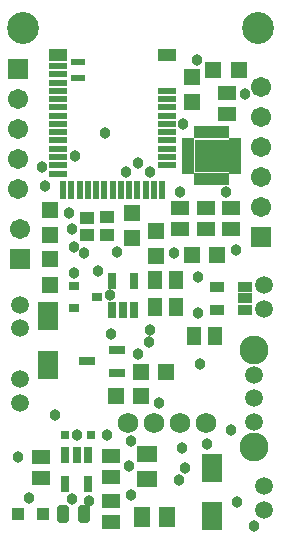
<source format=gbs>
G04*
G04 #@! TF.GenerationSoftware,Altium Limited,Altium Designer,20.2.6 (244)*
G04*
G04 Layer_Color=16711935*
%FSLAX25Y25*%
%MOIN*%
G70*
G04*
G04 #@! TF.SameCoordinates,BA58542B-DB92-4AA8-A68B-AA0BDC3E5658*
G04*
G04*
G04 #@! TF.FilePolarity,Negative*
G04*
G01*
G75*
%ADD14R,0.04737X0.03950*%
%ADD17C,0.06800*%
%ADD18C,0.09658*%
%ADD19C,0.05918*%
%ADD20C,0.06706*%
%ADD21R,0.06706X0.06706*%
%ADD22C,0.03800*%
%ADD23C,0.10642*%
%ADD57R,0.04737X0.02375*%
%ADD58R,0.06312X0.03950*%
%ADD59R,0.06312X0.02375*%
%ADD60R,0.02375X0.06312*%
%ADD61R,0.05918X0.04737*%
%ADD62R,0.11430X0.11036*%
%ADD63R,0.02178X0.04147*%
%ADD64R,0.03950X0.02178*%
%ADD65R,0.05800X0.05800*%
%ADD66R,0.03162X0.05524*%
%ADD67R,0.05800X0.05800*%
%ADD68R,0.04737X0.05918*%
%ADD69R,0.06902X0.09461*%
%ADD70R,0.05524X0.03162*%
%ADD71R,0.03162X0.03162*%
G04:AMPARAMS|DCode=72|XSize=59.18mil|YSize=37.92mil|CornerRadius=7.74mil|HoleSize=0mil|Usage=FLASHONLY|Rotation=90.000|XOffset=0mil|YOffset=0mil|HoleType=Round|Shape=RoundedRectangle|*
%AMROUNDEDRECTD72*
21,1,0.05918,0.02244,0,0,90.0*
21,1,0.04370,0.03792,0,0,90.0*
1,1,0.01548,0.01122,0.02185*
1,1,0.01548,0.01122,-0.02185*
1,1,0.01548,-0.01122,-0.02185*
1,1,0.01548,-0.01122,0.02185*
%
%ADD72ROUNDEDRECTD72*%
%ADD73R,0.04343X0.04343*%
%ADD74R,0.06706X0.05524*%
%ADD75R,0.05524X0.06706*%
%ADD76R,0.05131X0.03359*%
%ADD77R,0.03556X0.03162*%
%ADD78R,0.03000X0.05800*%
D14*
X561366Y393460D02*
D03*
Y399366D02*
D03*
X568000Y393594D02*
D03*
Y399500D02*
D03*
D17*
X601000Y331000D02*
D03*
X575000D02*
D03*
X583667D02*
D03*
X592333D02*
D03*
D18*
X617000Y322984D02*
D03*
Y355268D02*
D03*
D19*
Y331252D02*
D03*
Y339126D02*
D03*
Y347000D02*
D03*
X539000Y345500D02*
D03*
Y337626D02*
D03*
Y370374D02*
D03*
Y362500D02*
D03*
X620500Y302000D02*
D03*
Y309874D02*
D03*
Y369000D02*
D03*
Y376874D02*
D03*
D20*
X619500Y443000D02*
D03*
Y433000D02*
D03*
Y423000D02*
D03*
Y413000D02*
D03*
Y403000D02*
D03*
X538500Y439000D02*
D03*
Y429000D02*
D03*
Y419000D02*
D03*
Y409000D02*
D03*
X539000Y395500D02*
D03*
D21*
X619500Y393000D02*
D03*
X538500Y449000D02*
D03*
X539000Y385500D02*
D03*
D22*
X557500Y420000D02*
D03*
X547500Y410000D02*
D03*
X611000Y388500D02*
D03*
X598500Y379500D02*
D03*
Y367500D02*
D03*
X585500Y337500D02*
D03*
X599000Y350500D02*
D03*
X601500Y324000D02*
D03*
X609500Y328500D02*
D03*
X617000Y296500D02*
D03*
X611500Y304500D02*
D03*
X593000Y322500D02*
D03*
X592000Y312000D02*
D03*
X576000Y325000D02*
D03*
Y307000D02*
D03*
X558000Y327000D02*
D03*
X582000Y358000D02*
D03*
X569500Y360500D02*
D03*
X569000Y373500D02*
D03*
X567500Y427500D02*
D03*
X542000Y306000D02*
D03*
X538500Y319475D02*
D03*
X546600Y416400D02*
D03*
X557000Y381000D02*
D03*
X560500Y387600D02*
D03*
X557115Y389731D02*
D03*
X571400Y387800D02*
D03*
X565000Y381500D02*
D03*
X590500Y387500D02*
D03*
X598000Y452000D02*
D03*
X593500Y430500D02*
D03*
X607726Y407774D02*
D03*
X592461Y408000D02*
D03*
X555600Y401000D02*
D03*
X556500Y395750D02*
D03*
X578500Y417500D02*
D03*
X574500Y414500D02*
D03*
X582500D02*
D03*
X582500Y362000D02*
D03*
X550900Y333500D02*
D03*
X568000Y327000D02*
D03*
X578500Y354000D02*
D03*
X556500Y305500D02*
D03*
X562005Y305035D02*
D03*
X575500Y316500D02*
D03*
X594000Y316000D02*
D03*
X614208Y440600D02*
D03*
D23*
X618500Y462500D02*
D03*
X540000D02*
D03*
D57*
X558583Y445783D02*
D03*
Y451295D02*
D03*
D58*
X551890Y453461D02*
D03*
X588110D02*
D03*
D59*
X551890Y449917D02*
D03*
Y447161D02*
D03*
Y444406D02*
D03*
Y441650D02*
D03*
Y438894D02*
D03*
Y436138D02*
D03*
Y433382D02*
D03*
Y430626D02*
D03*
Y427870D02*
D03*
Y425114D02*
D03*
Y422358D02*
D03*
Y419602D02*
D03*
Y416846D02*
D03*
Y414091D02*
D03*
X588110Y416846D02*
D03*
Y419602D02*
D03*
Y422358D02*
D03*
Y425114D02*
D03*
Y427870D02*
D03*
Y430626D02*
D03*
Y433382D02*
D03*
Y436138D02*
D03*
Y438894D02*
D03*
Y441650D02*
D03*
D60*
X553465Y408579D02*
D03*
X556220D02*
D03*
X558976D02*
D03*
X561732D02*
D03*
X564488D02*
D03*
X567244D02*
D03*
X570000D02*
D03*
X572756D02*
D03*
X575512D02*
D03*
X578268D02*
D03*
X581024D02*
D03*
X583780D02*
D03*
X586535D02*
D03*
D61*
X607961Y441047D02*
D03*
X608000Y434000D02*
D03*
X569539Y297953D02*
D03*
X569500Y305000D02*
D03*
Y320000D02*
D03*
X569539Y312953D02*
D03*
X546000Y319500D02*
D03*
X546039Y312453D02*
D03*
X592461Y402547D02*
D03*
X592500Y395500D02*
D03*
X609500Y402500D02*
D03*
X609539Y395453D02*
D03*
X601000Y395500D02*
D03*
X600961Y402547D02*
D03*
D62*
X603000Y420000D02*
D03*
D63*
X607921Y427776D02*
D03*
X605953D02*
D03*
X603984D02*
D03*
X602016D02*
D03*
X600047D02*
D03*
X598079D02*
D03*
Y412224D02*
D03*
X600047D02*
D03*
X602016D02*
D03*
X603984D02*
D03*
X605953D02*
D03*
X607921D02*
D03*
D64*
X595126Y424921D02*
D03*
Y422953D02*
D03*
Y420984D02*
D03*
Y419016D02*
D03*
Y417047D02*
D03*
Y415079D02*
D03*
X610874D02*
D03*
Y417047D02*
D03*
Y419016D02*
D03*
Y420984D02*
D03*
Y422953D02*
D03*
Y424921D02*
D03*
D65*
X576500Y392500D02*
D03*
Y400900D02*
D03*
X584500Y395000D02*
D03*
Y386600D02*
D03*
X549000Y377100D02*
D03*
Y385500D02*
D03*
Y393500D02*
D03*
Y401900D02*
D03*
X596500Y446400D02*
D03*
Y438000D02*
D03*
D66*
X577240Y378421D02*
D03*
X569760D02*
D03*
Y368579D02*
D03*
X573500D02*
D03*
X577240D02*
D03*
D67*
X604900Y387000D02*
D03*
X596500D02*
D03*
X587900Y348000D02*
D03*
X579500D02*
D03*
Y340000D02*
D03*
X571100D02*
D03*
X603600Y448500D02*
D03*
X612000D02*
D03*
D68*
X584000Y378500D02*
D03*
X591047Y378539D02*
D03*
Y369539D02*
D03*
X584000Y369500D02*
D03*
X597000Y360000D02*
D03*
X604047Y360039D02*
D03*
D69*
X548500Y350429D02*
D03*
Y366571D02*
D03*
X603000Y299929D02*
D03*
Y316071D02*
D03*
D70*
X571421Y355240D02*
D03*
Y347760D02*
D03*
X561579Y351500D02*
D03*
D71*
X562831Y327000D02*
D03*
X554169D02*
D03*
D72*
X560543Y300500D02*
D03*
X553496D02*
D03*
D73*
X538500D02*
D03*
X546620D02*
D03*
D74*
X581500Y320634D02*
D03*
Y312366D02*
D03*
D75*
X579866Y299500D02*
D03*
X588134D02*
D03*
D76*
X614224Y376240D02*
D03*
Y372500D02*
D03*
Y368760D02*
D03*
X604776D02*
D03*
Y376240D02*
D03*
D77*
X564937Y373000D02*
D03*
X557063Y376740D02*
D03*
Y369260D02*
D03*
D78*
X554200Y310700D02*
D03*
X561800D02*
D03*
Y320300D02*
D03*
X558000D02*
D03*
X554200D02*
D03*
M02*

</source>
